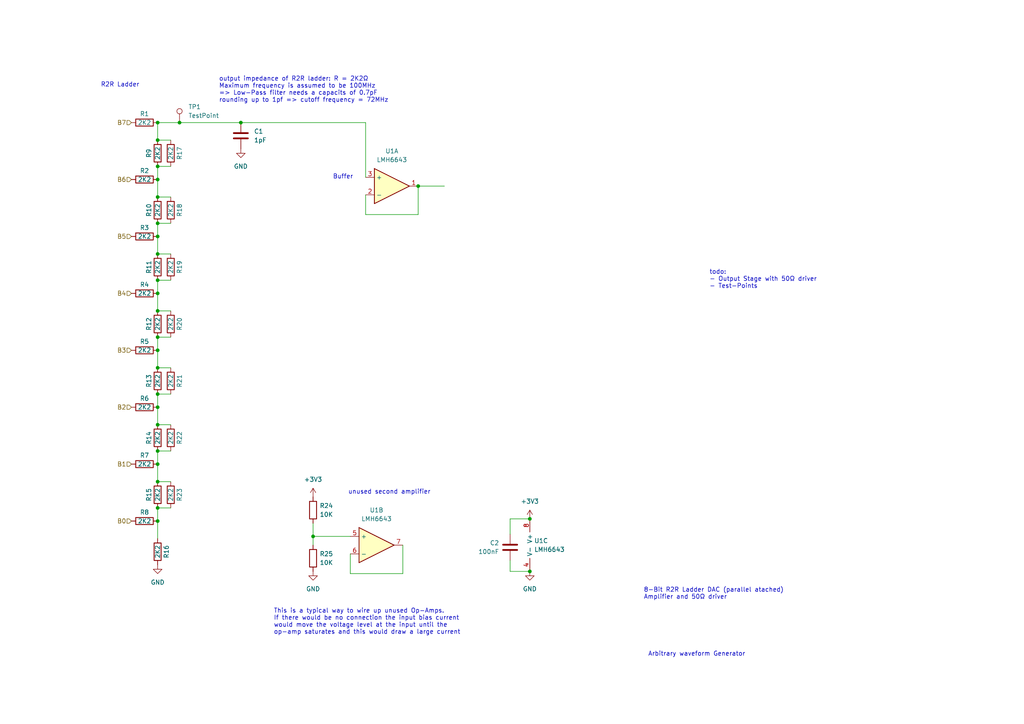
<source format=kicad_sch>
(kicad_sch (version 20230121) (generator eeschema)
  (paper "A4")
  (lib_symbols
    (symbol "Connector:TestPoint" (pin_numbers hide) (pin_names (offset 0.762) hide)
      (property "Reference" "TP" (at 0 6.858 0))
      (property "Value" "TestPoint" (at 0 5.08 0))
      (symbol "TestPoint_0_1"
        (circle (center 0 3.302) (radius 0.762))
      )
      (symbol "TestPoint_1_1"
        (pin passive line (at 0 0 90) (length 2.54) (name "1") (number "1"))
      )
    )
    (symbol "Device:C" (pin_numbers hide) (pin_names (offset 0.254))
      (property "Reference" "C" (at 0.635 2.54 0))
      (property "Value" "C" (at 0.635 -2.54 0))
      (symbol "C_0_1"
        (polyline (pts (xy -2.032 -0.762) (xy 2.032 -0.762)) (stroke (width 0.508)))
        (polyline (pts (xy -2.032 0.762) (xy 2.032 0.762)) (stroke (width 0.508)))
      )
      (symbol "C_1_1"
        (pin passive line (at 0 3.81 270) (length 2.794) (name "~") (number "1"))
        (pin passive line (at 0 -3.81 90) (length 2.794) (name "~") (number "2"))
      )
    )
    (symbol "Device:R" (pin_numbers hide) (pin_names (offset 0))
      (property "Reference" "R" (at 2.032 0 90))
      (property "Value" "R" (at 0 0 90))
      (symbol "R_0_1"
        (rectangle (start -1.016 -2.54) (end 1.016 2.54) (stroke (width 0.254)))
      )
      (symbol "R_1_1"
        (pin passive line (at 0 3.81 270) (length 1.27) (name "~") (number "1"))
        (pin passive line (at 0 -3.81 90) (length 1.27) (name "~") (number "2"))
      )
    )
    (symbol "power:+3V3" (power) (pin_names (offset 0))
      (property "Value" "+3V3" (at 0 3.556 0))
      (symbol "+3V3_0_1"
        (polyline (pts (xy -0.762 1.27) (xy 0 2.54)))
        (polyline (pts (xy 0 0) (xy 0 2.54)))
        (polyline (pts (xy 0 2.54) (xy 0.762 1.27)))
      )
      (symbol "+3V3_1_1"
        (pin power_in line (at 0 0 90) (length 0) hide (name "+3V3") (number "1"))
      )
    )
    (symbol "power:GND" (power) (pin_names (offset 0))
      (property "Value" "GND" (at 0 -3.81 0))
      (symbol "GND_0_1"
        (polyline (pts (xy 0 0) (xy 0 -1.27) (xy 1.27 -1.27) (xy 0 -2.54) (xy -1.27 -1.27) (xy 0 -1.27)))
      )
      (symbol "GND_1_1"
        (pin power_in line (at 0 0 270) (length 0) hide (name "GND") (number "1"))
      )
    )
    (symbol "symbols:LMH6643"
      (property "Reference" "U" (at 0 5.08 0))
      (property "Value" "LMH6643" (at 0 -5.08 0))
      (symbol "LMH6643_1_1"
        (polyline (pts (xy -5.08 5.08) (xy 5.08 0) (xy -5.08 -5.08) (xy -5.08 5.08)) (stroke (width 0.254)) (fill (type background)))
        (pin output line (at 7.62 0 180) (length 2.54) (name "~") (number "1"))
        (pin input line (at -7.62 -2.54 0) (length 2.54) (name "-") (number "2"))
        (pin input line (at -7.62 2.54 0) (length 2.54) (name "+") (number "3"))
      )
      (symbol "LMH6643_2_1"
        (polyline (pts (xy -5.08 5.08) (xy 5.08 0) (xy -5.08 -5.08) (xy -5.08 5.08)) (stroke (width 0.254)) (fill (type background)))
        (pin input line (at -7.62 2.54 0) (length 2.54) (name "+") (number "5"))
        (pin input line (at -7.62 -2.54 0) (length 2.54) (name "-") (number "6"))
        (pin output line (at 7.62 0 180) (length 2.54) (name "~") (number "7"))
      )
      (symbol "LMH6643_3_1"
        (pin power_in line (at -2.54 -7.62 90) (length 3.81) (name "V-") (number "4"))
        (pin power_in line (at -2.54 7.62 270) (length 3.81) (name "V+") (number "8"))
      )
    )
  )
  (junction (at 45.72 151.13))
  (junction (at 45.72 139.7))
  (junction (at 45.72 90.17))
  (junction (at 121.285 53.975))
  (junction (at 45.72 106.68))
  (junction (at 153.67 165.735))
  (junction (at 52.07 35.56))
  (junction (at 153.67 150.495))
  (junction (at 45.72 123.19))
  (junction (at 69.85 35.56))
  (junction (at 45.72 68.58))
  (junction (at 45.72 35.56))
  (junction (at 45.72 73.66))
  (junction (at 45.72 114.3))
  (junction (at 45.72 40.64))
  (junction (at 45.72 101.6))
  (junction (at 45.72 118.11))
  (junction (at 45.72 48.26))
  (junction (at 45.72 64.77))
  (junction (at 45.72 85.09))
  (junction (at 45.72 97.79))
  (junction (at 45.72 57.15))
  (junction (at 90.805 155.575))
  (junction (at 45.72 130.81))
  (junction (at 45.72 52.07))
  (junction (at 45.72 81.28))
  (junction (at 45.72 134.62))
  (junction (at 45.72 147.32))
  (wire (pts (xy 45.72 114.3) (xy 49.53 114.3)))
  (wire (pts (xy 45.72 139.7) (xy 49.53 139.7)))
  (wire (pts (xy 45.72 35.56) (xy 45.72 40.64)))
  (wire (pts (xy 45.72 81.28) (xy 45.72 85.09)))
  (wire (pts (xy 45.72 73.66) (xy 49.53 73.66)))
  (wire (pts (xy 106.045 51.435) (xy 106.045 35.56)))
  (wire (pts (xy 45.72 97.79) (xy 49.53 97.79)))
  (wire (pts (xy 45.72 106.68) (xy 49.53 106.68)))
  (wire (pts (xy 45.72 48.26) (xy 49.53 48.26)))
  (wire (pts (xy 45.72 68.58) (xy 45.72 73.66)))
  (wire (pts (xy 45.72 90.17) (xy 49.53 90.17)))
  (wire (pts (xy 106.045 56.515) (xy 106.045 62.23)))
  (wire (pts (xy 45.72 130.81) (xy 49.53 130.81)))
  (wire (pts (xy 45.72 118.11) (xy 45.72 123.19)))
  (wire (pts (xy 121.285 62.23) (xy 121.285 53.975)))
  (wire (pts (xy 45.72 48.26) (xy 45.72 52.07)))
  (wire (pts (xy 45.72 147.32) (xy 49.53 147.32)))
  (wire (pts (xy 45.72 97.79) (xy 45.72 101.6)))
  (wire (pts (xy 45.72 134.62) (xy 45.72 139.7)))
  (wire (pts (xy 147.955 150.495) (xy 147.955 154.94)))
  (wire (pts (xy 90.805 151.765) (xy 90.805 155.575)))
  (wire (pts (xy 153.67 150.495) (xy 147.955 150.495)))
  (wire (pts (xy 45.72 40.64) (xy 49.53 40.64)))
  (wire (pts (xy 45.72 147.32) (xy 45.72 151.13)))
  (wire (pts (xy 121.285 53.975) (xy 128.905 53.975)))
  (wire (pts (xy 45.72 35.56) (xy 52.07 35.56)))
  (wire (pts (xy 147.955 165.735) (xy 147.955 162.56)))
  (wire (pts (xy 45.72 64.77) (xy 45.72 68.58)))
  (wire (pts (xy 45.72 123.19) (xy 49.53 123.19)))
  (wire (pts (xy 69.85 35.56) (xy 106.045 35.56)))
  (wire (pts (xy 45.72 52.07) (xy 45.72 57.15)))
  (wire (pts (xy 45.72 130.81) (xy 45.72 134.62)))
  (wire (pts (xy 101.6 160.655) (xy 101.6 166.37)))
  (wire (pts (xy 116.84 166.37) (xy 116.84 158.115)))
  (wire (pts (xy 90.805 155.575) (xy 90.805 158.115)))
  (wire (pts (xy 45.72 114.3) (xy 45.72 118.11)))
  (wire (pts (xy 106.045 62.23) (xy 121.285 62.23)))
  (wire (pts (xy 45.72 85.09) (xy 45.72 90.17)))
  (wire (pts (xy 45.72 101.6) (xy 45.72 106.68)))
  (wire (pts (xy 90.805 155.575) (xy 101.6 155.575)))
  (wire (pts (xy 45.72 64.77) (xy 49.53 64.77)))
  (wire (pts (xy 52.07 35.56) (xy 69.85 35.56)))
  (wire (pts (xy 45.72 81.28) (xy 49.53 81.28)))
  (wire (pts (xy 153.67 165.735) (xy 147.955 165.735)))
  (wire (pts (xy 101.6 166.37) (xy 116.84 166.37)))
  (wire (pts (xy 45.72 151.13) (xy 45.72 156.21)))
  (wire (pts (xy 45.72 57.15) (xy 49.53 57.15)))
  (text "This is a typical way to wire up unused Op-Amps.\nIf there would be no connection the input bias current\nwould move the voltage level at the input until the\nop-amp saturates and this would draw a large current" (at 79.375 184.15 0) (effects (font (size 1.27 1.27)) (justify left bottom)))
  (text "unused second amplifier" (at 100.965 143.51 0) (effects (font (size 1.27 1.27)) (justify left bottom)))
  (text "R2R Ladder" (at 29.21 25.4 0) (effects (font (size 1.27 1.27)) (justify left bottom)))
  (text "Buffer" (at 96.52 52.07 0) (effects (font (size 1.27 1.27)) (justify left bottom)))
  (text "Arbitrary waveform Generator" (at 187.96 190.5 0) (effects (font (size 1.27 1.27)) (justify left bottom)))
  (text "todo:\n- Output Stage with 50Ω driver\n- Test-Points" (at 205.74 83.82 0) (effects (font (size 1.27 1.27)) (justify left bottom)))
  (text "8-Bit R2R Ladder DAC (parallel atached)\nAmplifier and 50Ω driver" (at 186.69 173.99 0) (effects (font (size 1.27 1.27)) (justify left bottom)))
  (text "output impedance of R2R ladder: R = 2K2Ω\nMaximum frequency is assumed to be 100MHz\n=> Low-Pass filter needs a capacits of 0.7pF\nrounding up to 1pf => cutoff frequency = 72MHz" (at 63.5 29.845 0) (effects (font (size 1.27 1.27)) (justify left bottom)))
  (hierarchical_label "B5" (shape input) (at 38.1 68.58 180))
  (hierarchical_label "B3" (shape input) (at 38.1 101.6 180))
  (hierarchical_label "B1" (shape input) (at 38.1 134.62 180))
  (hierarchical_label "B4" (shape input) (at 38.1 85.09 180))
  (hierarchical_label "B0" (shape input) (at 38.1 151.13 180))
  (hierarchical_label "B6" (shape input) (at 38.1 52.07 180))
  (hierarchical_label "B7" (shape input) (at 38.1 35.56 180))
  (hierarchical_label "B2" (shape input) (at 38.1 118.11 180))
  (symbol (lib_id "symbols:LMH6643") (at 156.21 158.115 0) (unit 3)
    (property "Reference" "U1" (at 154.94 156.845 0) (effects (justify left)))
    (property "Value" "LMH6643" (at 154.94 159.385 0) (effects (justify left)))
    (property "Sim.Library" "more_symbols/LMH6643.MOD" (effects hide))
    (property "Sim.Name" "LMH6643" (effects hide))
    (property "Sim.Device" "SUBCKT" (effects hide))
    (property "Sim.Pins" "1=2 2=3 3=7 4=4 5=6" (effects hide))
  )
  (symbol (lib_id "Device:R") (at 41.91 101.6 90) (unit 1)
    (property "Reference" "R5" (at 41.91 99.06 90))
    (property "Value" "2K2" (at 41.91 101.6 90))
    (property "Reichelt Part-Number" "RND 1550805 CT" (effects hide))
  )
  (symbol (lib_id "Device:C") (at 69.85 39.37 180) (unit 1)
    (property "Reference" "C1" (at 73.66 38.1 0) (effects (justify right)))
    (property "Value" "1pF" (at 73.66 40.64 0) (effects (justify right)))
    (property "Reichelt Part-Number" "RND 1500603N1R0" (effects hide))
  )
  (symbol (lib_id "power:GND") (at 45.72 163.83 0) (unit 1)
    (property "Reference" "#PWR01" (effects hide))
    (property "Value" "GND" (at 45.72 168.91 0))
  )
  (symbol (lib_id "Device:R") (at 41.91 151.13 90) (unit 1)
    (property "Reference" "R8" (at 41.91 148.59 90))
    (property "Value" "2K2" (at 41.91 151.13 90))
    (property "Reichelt Part-Number" "RND 1550805 CT" (effects hide))
  )
  (symbol (lib_id "Device:R") (at 45.72 127 180) (unit 1)
    (property "Reference" "R14" (at 43.18 127 90))
    (property "Value" "2K2" (at 45.72 127 90))
    (property "Reichelt Part-Number" "RND 1550805 CT" (effects hide))
  )
  (symbol (lib_id "Device:R") (at 49.53 77.47 0) (unit 1)
    (property "Reference" "R19" (at 52.07 77.47 90))
    (property "Value" "2K2" (at 49.53 77.47 90))
    (property "Reichelt Part-Number" "RND 1550805 CT" (effects hide))
  )
  (symbol (lib_id "Device:R") (at 41.91 52.07 90) (unit 1)
    (property "Reference" "R2" (at 41.91 49.53 90))
    (property "Value" "2K2" (at 41.91 52.07 90))
    (property "Reichelt Part-Number" "RND 1550805 CT" (effects hide))
  )
  (symbol (lib_id "Device:R") (at 49.53 143.51 0) (unit 1)
    (property "Reference" "R23" (at 52.07 143.51 90))
    (property "Value" "2K2" (at 49.53 143.51 90))
    (property "Reichelt Part-Number" "RND 1550805 CT" (effects hide))
  )
  (symbol (lib_id "Device:R") (at 41.91 118.11 90) (unit 1)
    (property "Reference" "R6" (at 41.91 115.57 90))
    (property "Value" "2K2" (at 41.91 118.11 90))
    (property "Reichelt Part-Number" "RND 1550805 CT" (effects hide))
  )
  (symbol (lib_id "power:+3V3") (at 90.805 144.145 0) (unit 1)
    (property "Reference" "#PWR06" (effects hide))
    (property "Value" "+3V3" (at 90.805 139.065 0))
  )
  (symbol (lib_id "Device:R") (at 45.72 160.02 0) (unit 1)
    (property "Reference" "R16" (at 48.26 160.02 90))
    (property "Value" "2K2" (at 45.72 160.02 90))
    (property "Reichelt Part-Number" "RND 1550805 CT" (effects hide))
  )
  (symbol (lib_id "Device:R") (at 45.72 60.96 180) (unit 1)
    (property "Reference" "R10" (at 43.18 60.96 90))
    (property "Value" "2K2" (at 45.72 60.96 90))
    (property "Reichelt Part-Number" "RND 1550805 CT" (effects hide))
  )
  (symbol (lib_id "Device:R") (at 49.53 60.96 0) (unit 1)
    (property "Reference" "R18" (at 52.07 60.96 90))
    (property "Value" "2K2" (at 49.53 60.96 90))
    (property "Reichelt Part-Number" "RND 1550805 CT" (effects hide))
  )
  (symbol (lib_id "power:GND") (at 153.67 165.735 0) (unit 1)
    (property "Reference" "#PWR03" (effects hide))
    (property "Value" "GND" (at 153.67 170.815 0))
  )
  (symbol (lib_id "Device:R") (at 41.91 134.62 90) (unit 1)
    (property "Reference" "R7" (at 41.91 132.08 90))
    (property "Value" "2K2" (at 41.91 134.62 90))
    (property "Reichelt Part-Number" "RND 1550805 CT" (effects hide))
  )
  (symbol (lib_id "symbols:LMH6643") (at 109.22 158.115 0) (unit 2)
    (property "Reference" "U1" (at 109.22 147.955 0))
    (property "Value" "LMH6643" (at 109.22 150.495 0))
    (property "Sim.Library" "more_symbols/LMH6643.MOD" (effects hide))
    (property "Sim.Name" "LMH6643" (effects hide))
    (property "Sim.Device" "SUBCKT" (effects hide))
    (property "Sim.Pins" "1=2 2=3 3=7 4=4 5=6" (effects hide))
  )
  (symbol (lib_id "Device:R") (at 49.53 127 0) (unit 1)
    (property "Reference" "R22" (at 52.07 127 90))
    (property "Value" "2K2" (at 49.53 127 90))
    (property "Reichelt Part-Number" "RND 1550805 CT" (effects hide))
  )
  (symbol (lib_id "Device:R") (at 90.805 147.955 0) (unit 1)
    (property "Reference" "R24" (at 92.71 146.685 0) (effects (justify left)))
    (property "Value" "10K" (at 92.71 149.225 0) (effects (justify left)))
    (property "Reichelt Part-Number" "WAL WR08X1002FTL" (effects hide))
  )
  (symbol (lib_id "Device:R") (at 49.53 44.45 0) (unit 1)
    (property "Reference" "R17" (at 52.07 44.45 90))
    (property "Value" "2K2" (at 49.53 44.45 90))
    (property "Reichelt Part-Number" "RND 1550805 CT" (effects hide))
  )
  (symbol (lib_id "Device:R") (at 45.72 110.49 180) (unit 1)
    (property "Reference" "R13" (at 43.18 110.49 90))
    (property "Value" "2K2" (at 45.72 110.49 90))
    (property "Reichelt Part-Number" "RND 1550805 CT" (effects hide))
  )
  (symbol (lib_id "Device:R") (at 49.53 110.49 0) (unit 1)
    (property "Reference" "R21" (at 52.07 110.49 90))
    (property "Value" "2K2" (at 49.53 110.49 90))
    (property "Reichelt Part-Number" "RND 1550805 CT" (effects hide))
  )
  (symbol (lib_id "Device:R") (at 45.72 143.51 180) (unit 1)
    (property "Reference" "R15" (at 43.18 143.51 90))
    (property "Value" "2K2" (at 45.72 143.51 90))
    (property "Reichelt Part-Number" "RND 1550805 CT" (effects hide))
  )
  (symbol (lib_id "Device:R") (at 45.72 93.98 180) (unit 1)
    (property "Reference" "R12" (at 43.18 93.98 90))
    (property "Value" "2K2" (at 45.72 93.98 90))
    (property "Reichelt Part-Number" "RND 1550805 CT" (effects hide))
  )
  (symbol (lib_id "Device:R") (at 41.91 35.56 90) (unit 1)
    (property "Reference" "R1" (at 41.91 33.02 90))
    (property "Value" "2K2" (at 41.91 35.56 90))
    (property "Reichelt Part-Number" "RND 1550805 CT" (effects hide))
  )
  (symbol (lib_id "power:GND") (at 69.85 43.18 0) (unit 1)
    (property "Reference" "#PWR02" (effects hide))
    (property "Value" "GND" (at 69.85 48.26 0))
  )
  (symbol (lib_id "power:+3V3") (at 153.67 150.495 0) (unit 1)
    (property "Reference" "#PWR04" (effects hide))
    (property "Value" "+3V3" (at 153.67 145.415 0))
  )
  (symbol (lib_id "Device:R") (at 49.53 93.98 0) (unit 1)
    (property "Reference" "R20" (at 52.07 93.98 90))
    (property "Value" "2K2" (at 49.53 93.98 90))
    (property "Reichelt Part-Number" "RND 1550805 CT" (effects hide))
  )
  (symbol (lib_id "power:GND") (at 90.805 165.735 0) (unit 1)
    (property "Reference" "#PWR05" (effects hide))
    (property "Value" "GND" (at 90.805 170.815 0))
  )
  (symbol (lib_id "Device:C") (at 147.955 158.75 0) (unit 1)
    (property "Reference" "C2" (at 144.78 157.48 0) (effects (justify right)))
    (property "Value" "100nF" (at 144.78 160.02 0) (effects (justify right)))
  )
  (symbol (lib_id "Connector:TestPoint") (at 52.07 35.56 0) (unit 1)
    (property "Reference" "TP1" (at 54.61 30.988 0) (effects (justify left)))
    (property "Value" "TestPoint" (at 54.61 33.528 0) (effects (justify left)))
  )
  (symbol (lib_id "Device:R") (at 90.805 161.925 0) (unit 1)
    (property "Reference" "R25" (at 92.71 160.655 0) (effects (justify left)))
    (property "Value" "10K" (at 92.71 163.195 0) (effects (justify left)))
    (property "Reichelt Part-Number" "WAL WR08X1002FTL" (effects hide))
  )
  (symbol (lib_id "Device:R") (at 45.72 77.47 180) (unit 1)
    (property "Reference" "R11" (at 43.18 77.47 90))
    (property "Value" "2K2" (at 45.72 77.47 90))
    (property "Reichelt Part-Number" "RND 1550805 CT" (effects hide))
  )
  (symbol (lib_id "Device:R") (at 41.91 85.09 90) (unit 1)
    (property "Reference" "R4" (at 41.91 82.55 90))
    (property "Value" "2K2" (at 41.91 85.09 90))
    (property "Reichelt Part-Number" "RND 1550805 CT" (effects hide))
  )
  (symbol (lib_id "Device:R") (at 45.72 44.45 180) (unit 1)
    (property "Reference" "R9" (at 43.18 44.45 90))
    (property "Value" "2K2" (at 45.72 44.45 90))
    (property "Reichelt Part-Number" "RND 1550805 CT" (effects hide))
  )
  (symbol (lib_id "symbols:LMH6643") (at 113.665 53.975 0) (unit 1)
    (property "Reference" "U1" (at 113.665 43.815 0))
    (property "Value" "LMH6643" (at 113.665 46.355 0))
    (property "Sim.Library" "more_symbols/LMH6643.MOD" (effects hide))
    (property "Sim.Name" "LMH6643" (effects hide))
    (property "Sim.Device" "SUBCKT" (effects hide))
    (property "Sim.Pins" "1=2 2=3 3=7 4=4 5=6" (effects hide))
  )
  (symbol (lib_id "Device:R") (at 41.91 68.58 90) (unit 1)
    (property "Reference" "R3" (at 41.91 66.04 90))
    (property "Value" "2K2" (at 41.91 68.58 90))
    (property "Reichelt Part-Number" "RND 1550805 CT" (effects hide))
  )
)
</source>
